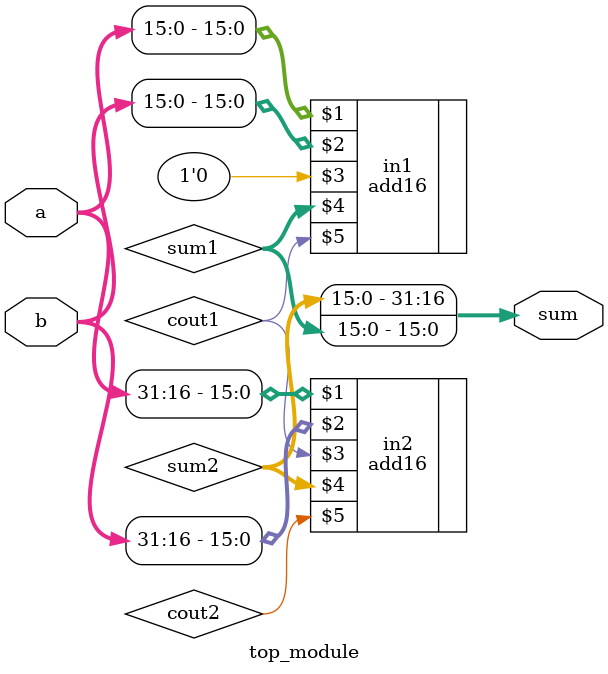
<source format=v>
module top_module(
    input [31:0] a,
    input [31:0] b,
    output [31:0] sum
);
    wire [15:0] sum1,sum2 ;
    wire cout1,cout2;
    add16 in1 (a[15:0],b[15:0],1'b0,sum1,cout1);
    add16 in2 (a[31:16],b[31:16],cout1,sum2,cout2);
    assign sum ={sum2,sum1};
    

endmodule

</source>
